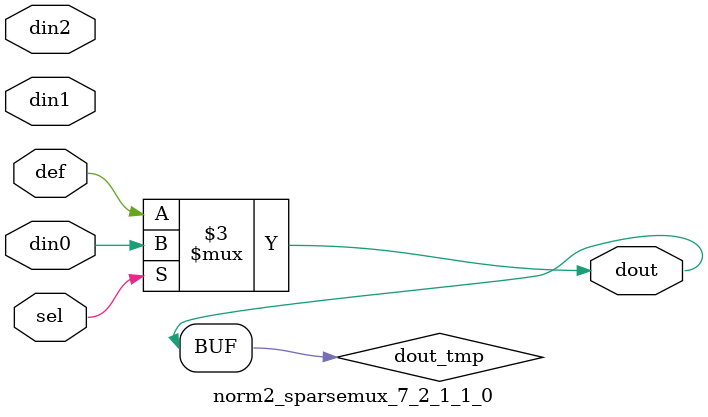
<source format=v>
`timescale 1ns / 1ps

module norm2_sparsemux_7_2_1_1_0 (din0,din1,din2,def,sel,dout);

parameter din0_WIDTH = 1;

parameter din1_WIDTH = 1;

parameter din2_WIDTH = 1;

parameter def_WIDTH = 1;
parameter sel_WIDTH = 1;
parameter dout_WIDTH = 1;

parameter [sel_WIDTH-1:0] CASE0 = 1;

parameter [sel_WIDTH-1:0] CASE1 = 1;

parameter [sel_WIDTH-1:0] CASE2 = 1;

parameter ID = 1;
parameter NUM_STAGE = 1;



input [din0_WIDTH-1:0] din0;

input [din1_WIDTH-1:0] din1;

input [din2_WIDTH-1:0] din2;

input [def_WIDTH-1:0] def;
input [sel_WIDTH-1:0] sel;

output [dout_WIDTH-1:0] dout;



reg [dout_WIDTH-1:0] dout_tmp;


always @ (*) begin
(* parallel_case *) case (sel)
    
    CASE0 : dout_tmp = din0;
    
    CASE1 : dout_tmp = din1;
    
    CASE2 : dout_tmp = din2;
    
    default : dout_tmp = def;
endcase
end


assign dout = dout_tmp;



endmodule

</source>
